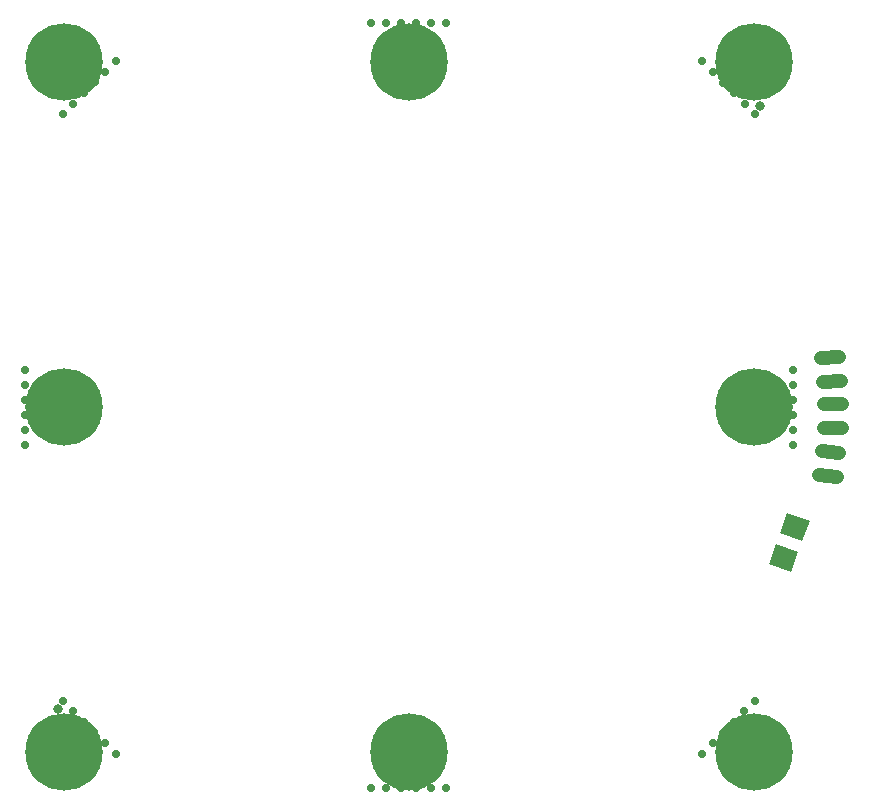
<source format=gbs>
G75*
%MOIN*%
%OFA0B0*%
%FSLAX25Y25*%
%IPPOS*%
%LPD*%
%AMOC8*
5,1,8,0,0,1.08239X$1,22.5*
%
%ADD10C,0.02800*%
%ADD11C,0.04800*%
%ADD12C,0.25800*%
%ADD13R,0.07099X0.07887*%
%ADD14C,0.03300*%
D10*
X0163333Y0264400D03*
X0168333Y0264400D03*
X0173333Y0264400D03*
X0178333Y0264400D03*
X0183333Y0264400D03*
X0188333Y0264400D03*
X0273545Y0275940D03*
X0277080Y0279475D03*
X0280616Y0283011D03*
X0284151Y0286546D03*
X0287687Y0290082D03*
X0291222Y0293618D03*
X0303833Y0378900D03*
X0303833Y0383900D03*
X0303833Y0388900D03*
X0303833Y0393900D03*
X0303833Y0398900D03*
X0303833Y0403900D03*
X0291293Y0489111D03*
X0287758Y0492647D03*
X0284222Y0496182D03*
X0280687Y0499718D03*
X0277151Y0503254D03*
X0273616Y0506789D03*
X0188333Y0519400D03*
X0183333Y0519400D03*
X0178333Y0519400D03*
X0173333Y0519400D03*
X0168333Y0519400D03*
X0163333Y0519400D03*
X0078122Y0506860D03*
X0074586Y0503325D03*
X0071051Y0499789D03*
X0067515Y0496254D03*
X0063980Y0492718D03*
X0060444Y0489182D03*
X0047833Y0403900D03*
X0047833Y0398900D03*
X0047833Y0393900D03*
X0047833Y0388900D03*
X0047833Y0383900D03*
X0047833Y0378900D03*
X0060373Y0293689D03*
X0063909Y0290153D03*
X0067444Y0286618D03*
X0070980Y0283082D03*
X0074515Y0279546D03*
X0078051Y0276011D03*
D11*
X0312419Y0368895D02*
X0318373Y0368165D01*
X0319348Y0376105D02*
X0313394Y0376835D01*
X0314083Y0384700D02*
X0320083Y0384700D01*
X0320083Y0392700D02*
X0314083Y0392700D01*
X0313840Y0399970D02*
X0319828Y0400346D01*
X0319326Y0408330D02*
X0313338Y0407954D01*
D12*
X0290833Y0391400D03*
X0290833Y0506400D03*
X0175833Y0506400D03*
X0060833Y0506400D03*
X0060833Y0391400D03*
X0060833Y0276400D03*
X0175833Y0276400D03*
X0290833Y0276400D03*
D13*
G36*
X0305617Y0343057D02*
X0303189Y0336388D01*
X0295779Y0339085D01*
X0298207Y0345754D01*
X0305617Y0343057D01*
G37*
G36*
X0309387Y0353415D02*
X0306959Y0346746D01*
X0299549Y0349443D01*
X0301977Y0356112D01*
X0309387Y0353415D01*
G37*
D14*
X0292833Y0491900D03*
X0058833Y0290900D03*
M02*

</source>
